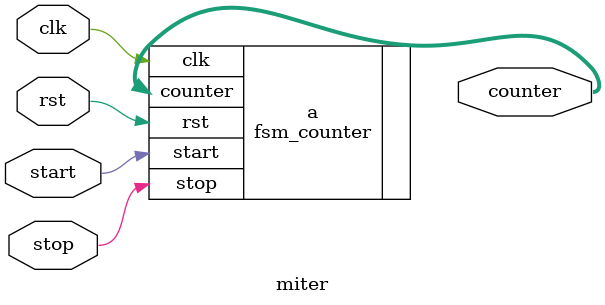
<source format=v>
module miter (
	clk,
	rst,
	start,
	stop,
	counter
);
	input wire clk;
	input wire rst;
	input wire start;
	input wire stop;
	output wire [2:0] counter;
	fsm_counter a(
		.clk(clk),
		.rst(rst),
		.start(start),
		.stop(stop),
		.counter(counter)
	);
endmodule

</source>
